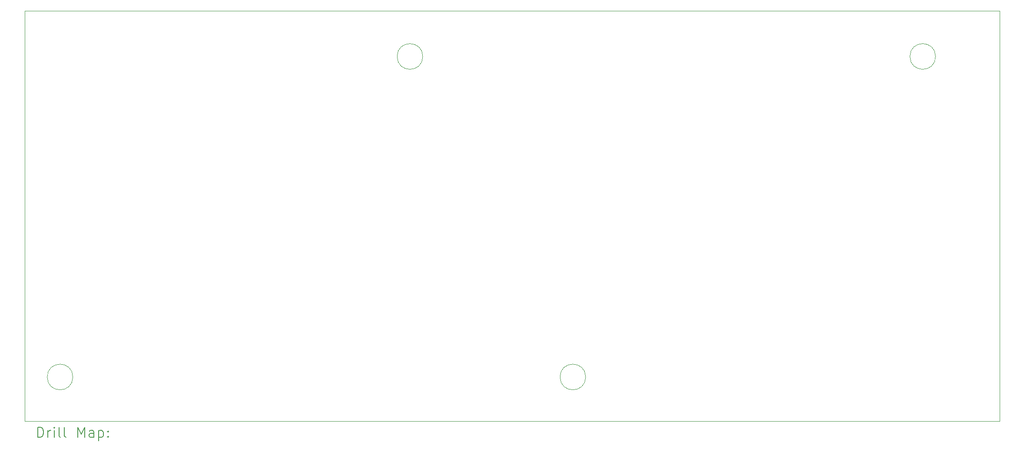
<source format=gbr>
%TF.GenerationSoftware,KiCad,Pcbnew,(6.0.10)*%
%TF.CreationDate,2025-04-12T23:07:58+02:00*%
%TF.ProjectId,pcb_shield,7063625f-7368-4696-956c-642e6b696361,1.0*%
%TF.SameCoordinates,Original*%
%TF.FileFunction,Drillmap*%
%TF.FilePolarity,Positive*%
%FSLAX45Y45*%
G04 Gerber Fmt 4.5, Leading zero omitted, Abs format (unit mm)*
G04 Created by KiCad (PCBNEW (6.0.10)) date 2025-04-12 23:07:58*
%MOMM*%
%LPD*%
G01*
G04 APERTURE LIST*
%ADD10C,0.100000*%
%ADD11C,0.200000*%
G04 APERTURE END LIST*
D10*
X13834500Y-5954900D02*
G75*
G03*
X13834500Y-5954900I-250000J0D01*
G01*
X7015600Y-12204900D02*
G75*
G03*
X7015600Y-12204900I-250000J0D01*
G01*
X17009300Y-12204900D02*
G75*
G03*
X17009300Y-12204900I-250000J0D01*
G01*
X23828200Y-5954900D02*
G75*
G03*
X23828200Y-5954900I-250000J0D01*
G01*
X6075800Y-5065300D02*
X25075800Y-5065300D01*
X25075800Y-5065300D02*
X25075800Y-13065300D01*
X25075800Y-13065300D02*
X6075800Y-13065300D01*
X6075800Y-13065300D02*
X6075800Y-5065300D01*
D11*
X6328419Y-13380776D02*
X6328419Y-13180776D01*
X6376038Y-13180776D01*
X6404609Y-13190300D01*
X6423657Y-13209348D01*
X6433181Y-13228395D01*
X6442705Y-13266490D01*
X6442705Y-13295062D01*
X6433181Y-13333157D01*
X6423657Y-13352205D01*
X6404609Y-13371252D01*
X6376038Y-13380776D01*
X6328419Y-13380776D01*
X6528419Y-13380776D02*
X6528419Y-13247443D01*
X6528419Y-13285538D02*
X6537943Y-13266490D01*
X6547467Y-13256967D01*
X6566514Y-13247443D01*
X6585562Y-13247443D01*
X6652228Y-13380776D02*
X6652228Y-13247443D01*
X6652228Y-13180776D02*
X6642705Y-13190300D01*
X6652228Y-13199824D01*
X6661752Y-13190300D01*
X6652228Y-13180776D01*
X6652228Y-13199824D01*
X6776038Y-13380776D02*
X6756990Y-13371252D01*
X6747467Y-13352205D01*
X6747467Y-13180776D01*
X6880800Y-13380776D02*
X6861752Y-13371252D01*
X6852228Y-13352205D01*
X6852228Y-13180776D01*
X7109371Y-13380776D02*
X7109371Y-13180776D01*
X7176038Y-13323633D01*
X7242705Y-13180776D01*
X7242705Y-13380776D01*
X7423657Y-13380776D02*
X7423657Y-13276014D01*
X7414133Y-13256967D01*
X7395086Y-13247443D01*
X7356990Y-13247443D01*
X7337943Y-13256967D01*
X7423657Y-13371252D02*
X7404609Y-13380776D01*
X7356990Y-13380776D01*
X7337943Y-13371252D01*
X7328419Y-13352205D01*
X7328419Y-13333157D01*
X7337943Y-13314109D01*
X7356990Y-13304586D01*
X7404609Y-13304586D01*
X7423657Y-13295062D01*
X7518895Y-13247443D02*
X7518895Y-13447443D01*
X7518895Y-13256967D02*
X7537943Y-13247443D01*
X7576038Y-13247443D01*
X7595086Y-13256967D01*
X7604609Y-13266490D01*
X7614133Y-13285538D01*
X7614133Y-13342681D01*
X7604609Y-13361728D01*
X7595086Y-13371252D01*
X7576038Y-13380776D01*
X7537943Y-13380776D01*
X7518895Y-13371252D01*
X7699848Y-13361728D02*
X7709371Y-13371252D01*
X7699848Y-13380776D01*
X7690324Y-13371252D01*
X7699848Y-13361728D01*
X7699848Y-13380776D01*
X7699848Y-13256967D02*
X7709371Y-13266490D01*
X7699848Y-13276014D01*
X7690324Y-13266490D01*
X7699848Y-13256967D01*
X7699848Y-13276014D01*
M02*

</source>
